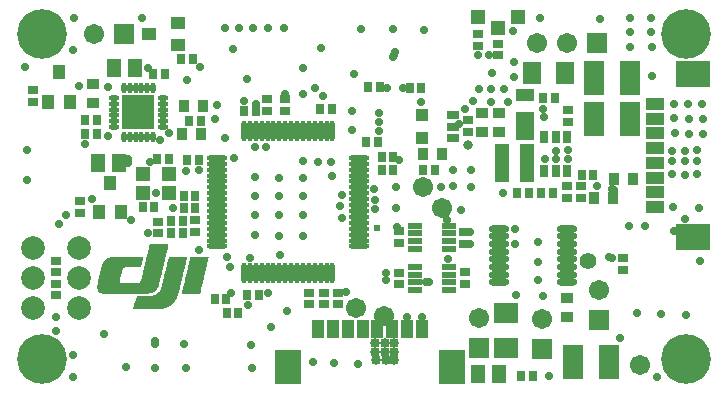
<source format=gts>
%FSLAX25Y25*%
%MOIN*%
G70*
G01*
G75*
G04 Layer_Color=8388736*
%ADD10C,0.02000*%
%ADD11C,0.01500*%
%ADD12C,0.00600*%
%ADD13C,0.01000*%
%ADD14C,0.03000*%
%ADD15C,0.00800*%
%ADD16C,0.02500*%
%ADD17R,0.02362X0.02756*%
%ADD18O,0.05906X0.01575*%
%ADD19R,0.06299X0.10630*%
%ADD20R,0.05512X0.08661*%
%ADD21R,0.05512X0.03543*%
%ADD22R,0.04331X0.05118*%
%ADD23C,0.05906*%
%ADD24R,0.03937X0.12205*%
%ADD25R,0.03937X0.03937*%
%ADD26R,0.05118X0.03150*%
%ADD27R,0.11024X0.08268*%
%ADD28R,0.03543X0.03740*%
%ADD29R,0.03543X0.03740*%
%ADD30O,0.05906X0.00984*%
%ADD31O,0.00984X0.05906*%
%ADD32R,0.03937X0.01378*%
%ADD33O,0.00984X0.02756*%
%ADD34O,0.02756X0.00984*%
%ADD35R,0.10236X0.10630*%
%ADD36R,0.02362X0.03150*%
%ADD37R,0.03150X0.03150*%
%ADD38R,0.03150X0.02362*%
%ADD39R,0.04331X0.03937*%
%ADD40R,0.03150X0.05118*%
%ADD41R,0.08268X0.11024*%
%ADD42R,0.02756X0.02362*%
%ADD43R,0.03500X0.02800*%
%ADD44R,0.02800X0.03500*%
%ADD45R,0.05512X0.06693*%
%ADD46C,0.04724*%
%ADD47R,0.03740X0.03543*%
%ADD48R,0.03740X0.03543*%
%ADD49R,0.07087X0.06299*%
%ADD50R,0.17500X0.26100*%
%ADD51R,0.08900X0.23700*%
%ADD52R,0.37800X0.08900*%
%ADD53R,0.18600X0.12500*%
%ADD54R,0.05300X0.15000*%
%ADD55R,0.08700X0.14600*%
%ADD56R,0.18300X0.06800*%
%ADD57R,0.03100X0.10500*%
%ADD58R,0.27600X0.08000*%
%ADD59R,0.20600X0.13700*%
%ADD60R,0.06700X0.23500*%
%ADD61R,0.10900X0.06800*%
%ADD62R,0.07900X0.07000*%
%ADD63R,0.14900X0.03900*%
%ADD64R,0.05900X0.18900*%
%ADD65R,0.06800X0.03800*%
%ADD66R,0.08500X0.03500*%
%ADD67C,0.07087*%
%ADD68C,0.15748*%
%ADD69R,0.05906X0.05906*%
%ADD70R,0.05906X0.05906*%
%ADD71C,0.01969*%
%ADD72C,0.01575*%
%ADD73C,0.02559*%
%ADD74C,0.02362*%
G04:AMPARAMS|DCode=75|XSize=157.48mil|YSize=118.11mil|CornerRadius=0mil|HoleSize=0mil|Usage=FLASHONLY|Rotation=0.000|XOffset=0mil|YOffset=0mil|HoleType=Round|Shape=Octagon|*
%AMOCTAGOND75*
4,1,8,0.07874,-0.02953,0.07874,0.02953,0.04921,0.05906,-0.04921,0.05906,-0.07874,0.02953,-0.07874,-0.02953,-0.04921,-0.05906,0.04921,-0.05906,0.07874,-0.02953,0.0*
%
%ADD75OCTAGOND75*%

%ADD76O,0.15748X0.11811*%
%ADD77R,0.62400X0.08800*%
%ADD78R,0.10500X0.18500*%
%ADD79C,0.00394*%
%ADD80C,0.00984*%
%ADD81C,0.00984*%
%ADD82C,0.00787*%
%ADD83C,0.00591*%
%ADD84C,0.00500*%
%ADD85C,0.00300*%
%ADD86R,0.03984X0.12820*%
%ADD87O,0.05506X0.01175*%
%ADD88C,0.00100*%
%ADD89R,0.03162X0.03556*%
%ADD90O,0.06706X0.02375*%
%ADD91R,0.07099X0.11430*%
%ADD92R,0.06312X0.09461*%
%ADD93R,0.06312X0.04343*%
%ADD94R,0.05131X0.05918*%
%ADD95C,0.06706*%
%ADD96R,0.04737X0.13005*%
%ADD97R,0.04737X0.04737*%
%ADD98R,0.05918X0.03950*%
%ADD99R,0.11824X0.09068*%
%ADD100R,0.04343X0.04540*%
%ADD101R,0.04343X0.04540*%
%ADD102O,0.06706X0.01784*%
%ADD103O,0.01784X0.06706*%
%ADD104R,0.04737X0.02178*%
%ADD105O,0.01784X0.03556*%
%ADD106O,0.03556X0.01784*%
%ADD107R,0.11036X0.11430*%
%ADD108R,0.03162X0.03950*%
%ADD109R,0.03950X0.03950*%
%ADD110R,0.03950X0.03162*%
%ADD111R,0.05131X0.04737*%
%ADD112R,0.03950X0.05918*%
%ADD113R,0.09068X0.11824*%
%ADD114R,0.03556X0.03162*%
%ADD115R,0.04300X0.03600*%
%ADD116R,0.03600X0.04300*%
%ADD117R,0.06312X0.07493*%
%ADD118C,0.05524*%
%ADD119R,0.04540X0.04343*%
%ADD120R,0.04540X0.04343*%
%ADD121R,0.07887X0.07099*%
%ADD122C,0.07887*%
%ADD123C,0.16548*%
%ADD124R,0.06706X0.06706*%
%ADD125R,0.06706X0.06706*%
%ADD126C,0.02769*%
%ADD127C,0.02375*%
%ADD128C,0.03359*%
%ADD129C,0.03162*%
D88*
X24261Y45204D02*
X30161D01*
X24161Y45104D02*
X30161D01*
X24161Y45004D02*
X30061D01*
X24161Y44904D02*
X30061D01*
X24161Y44804D02*
X30061D01*
X24161Y44704D02*
X30061D01*
X24061Y44604D02*
X30061D01*
X24061Y44504D02*
X29961D01*
X24061Y44404D02*
X29961D01*
X24061Y44304D02*
X29961D01*
X23961Y44204D02*
X29961D01*
X23961Y44104D02*
X29861D01*
X23961Y44004D02*
X29861D01*
X23961Y43904D02*
X29861D01*
X23861Y43804D02*
X29861D01*
X23861Y43704D02*
X29761D01*
X23861Y43604D02*
X29761D01*
X23861Y43504D02*
X29761D01*
X23761Y43404D02*
X29761D01*
X23761Y43304D02*
X29661D01*
X23761Y43204D02*
X29661D01*
X23761Y43104D02*
X29661D01*
X23661Y43004D02*
X29661D01*
X23661Y42904D02*
X29561D01*
X23661Y42804D02*
X29561D01*
X23661Y42704D02*
X29561D01*
X23661Y42604D02*
X29561D01*
X23561Y42504D02*
X29461D01*
X23561Y42404D02*
X29461D01*
X23561Y42304D02*
X29461D01*
X23561Y42204D02*
X29461D01*
X23461Y42104D02*
X29461D01*
X23461Y42004D02*
X29361D01*
X23461Y41904D02*
X29361D01*
X23461Y41804D02*
X29361D01*
X23361Y41704D02*
X29361D01*
X23361Y41604D02*
X29261D01*
X23361Y41504D02*
X29261D01*
X23361Y41404D02*
X29261D01*
X23261Y41304D02*
X29261D01*
X23261Y41204D02*
X29161D01*
X23261Y41104D02*
X29161D01*
X11361Y41004D02*
X21761D01*
X23261D02*
X29161D01*
X30661D02*
X36361D01*
X37761D02*
X43561D01*
X10961Y40904D02*
X21761D01*
X23161D02*
X29161D01*
X30561D02*
X36361D01*
X37761D02*
X43461D01*
X10661Y40804D02*
X21761D01*
X23161D02*
X29061D01*
X30561D02*
X36361D01*
X37761D02*
X43461D01*
X10361Y40704D02*
X21761D01*
X23161D02*
X29061D01*
X30561D02*
X36261D01*
X37761D02*
X43461D01*
X10161Y40604D02*
X21661D01*
X23161D02*
X29061D01*
X30561D02*
X36261D01*
X37661D02*
X43461D01*
X9961Y40504D02*
X21661D01*
X23061D02*
X29061D01*
X30461D02*
X36261D01*
X37661D02*
X43461D01*
X9861Y40404D02*
X21661D01*
X23061D02*
X28961D01*
X30461D02*
X36261D01*
X37661D02*
X43361D01*
X9661Y40304D02*
X21661D01*
X23061D02*
X28961D01*
X30461D02*
X36161D01*
X37661D02*
X43361D01*
X9561Y40204D02*
X21561D01*
X23061D02*
X28961D01*
X30461D02*
X36161D01*
X37561D02*
X43361D01*
X9461Y40104D02*
X21561D01*
X23061D02*
X28961D01*
X30361D02*
X36161D01*
X37561D02*
X43361D01*
X9361Y40004D02*
X21561D01*
X22961D02*
X28861D01*
X30361D02*
X36161D01*
X37561D02*
X43261D01*
X9261Y39904D02*
X21561D01*
X22961D02*
X28861D01*
X30361D02*
X36161D01*
X37561D02*
X43261D01*
X9161Y39804D02*
X21461D01*
X22961D02*
X28861D01*
X30361D02*
X36061D01*
X37461D02*
X43261D01*
X9061Y39704D02*
X21461D01*
X22961D02*
X28861D01*
X30261D02*
X36061D01*
X37461D02*
X43261D01*
X8961Y39604D02*
X21461D01*
X22861D02*
X28861D01*
X30261D02*
X36061D01*
X37461D02*
X43161D01*
X8961Y39504D02*
X21461D01*
X22861D02*
X28761D01*
X30261D02*
X36061D01*
X37461D02*
X43161D01*
X8861Y39404D02*
X21361D01*
X22861D02*
X28761D01*
X30261D02*
X35961D01*
X37461D02*
X43161D01*
X8761Y39304D02*
X21361D01*
X22861D02*
X28761D01*
X30161D02*
X35961D01*
X37361D02*
X43161D01*
X8761Y39204D02*
X21361D01*
X22761D02*
X28761D01*
X30161D02*
X35961D01*
X37361D02*
X43161D01*
X8661Y39104D02*
X21361D01*
X22761D02*
X28661D01*
X30161D02*
X35961D01*
X37361D02*
X43061D01*
X8661Y39004D02*
X21261D01*
X22761D02*
X28661D01*
X30161D02*
X35861D01*
X37361D02*
X43061D01*
X8561Y38904D02*
X21261D01*
X22761D02*
X28661D01*
X30061D02*
X35861D01*
X37261D02*
X43061D01*
X8561Y38804D02*
X21261D01*
X22661D02*
X28661D01*
X30061D02*
X35861D01*
X37261D02*
X43061D01*
X8461Y38704D02*
X21261D01*
X22661D02*
X28561D01*
X30061D02*
X35861D01*
X37261D02*
X42961D01*
X8461Y38604D02*
X21161D01*
X22661D02*
X28561D01*
X30061D02*
X35761D01*
X37261D02*
X42961D01*
X8361Y38504D02*
X21161D01*
X22661D02*
X28561D01*
X29961D02*
X35761D01*
X37161D02*
X42961D01*
X8361Y38404D02*
X21161D01*
X22561D02*
X28561D01*
X29961D02*
X35761D01*
X37161D02*
X42961D01*
X8361Y38304D02*
X21161D01*
X22561D02*
X28461D01*
X29961D02*
X35761D01*
X37161D02*
X42861D01*
X8261Y38204D02*
X21161D01*
X22561D02*
X28461D01*
X29961D02*
X35661D01*
X37161D02*
X42861D01*
X8261Y38104D02*
X21061D01*
X22561D02*
X28461D01*
X29861D02*
X35661D01*
X37061D02*
X42861D01*
X8261Y38004D02*
X21061D01*
X22461D02*
X28461D01*
X29861D02*
X35661D01*
X37061D02*
X42861D01*
X8261Y37904D02*
X21061D01*
X22461D02*
X28361D01*
X29861D02*
X35661D01*
X37061D02*
X42761D01*
X8161Y37804D02*
X15761D01*
X22461D02*
X28361D01*
X29861D02*
X35561D01*
X37061D02*
X42761D01*
X8161Y37704D02*
X15361D01*
X22461D02*
X28361D01*
X29861D02*
X35561D01*
X37061D02*
X42761D01*
X8161Y37604D02*
X15161D01*
X22461D02*
X28361D01*
X29761D02*
X35561D01*
X36961D02*
X42761D01*
X8161Y37504D02*
X15061D01*
X22361D02*
X28361D01*
X29761D02*
X35561D01*
X36961D02*
X42761D01*
X8061Y37404D02*
X14961D01*
X22361D02*
X28261D01*
X29761D02*
X35461D01*
X36961D02*
X42661D01*
X8061Y37304D02*
X14961D01*
X22361D02*
X28261D01*
X29761D02*
X35461D01*
X36961D02*
X42661D01*
X8061Y37204D02*
X14861D01*
X22361D02*
X28261D01*
X29661D02*
X35461D01*
X36861D02*
X42661D01*
X8061Y37104D02*
X14861D01*
X22261D02*
X28261D01*
X29661D02*
X35461D01*
X36861D02*
X42661D01*
X7961Y37004D02*
X14761D01*
X22261D02*
X28161D01*
X29661D02*
X35461D01*
X36861D02*
X42561D01*
X7961Y36904D02*
X14761D01*
X22261D02*
X28161D01*
X29661D02*
X35361D01*
X36861D02*
X42561D01*
X7961Y36804D02*
X14761D01*
X22261D02*
X28161D01*
X29561D02*
X35361D01*
X36761D02*
X42561D01*
X7961Y36704D02*
X14761D01*
X22161D02*
X28161D01*
X29561D02*
X35361D01*
X36761D02*
X42561D01*
X7861Y36604D02*
X14661D01*
X22161D02*
X28061D01*
X29561D02*
X35361D01*
X36761D02*
X42461D01*
X7861Y36504D02*
X14661D01*
X22161D02*
X28061D01*
X29561D02*
X35261D01*
X36761D02*
X42461D01*
X7861Y36404D02*
X14661D01*
X22161D02*
X28061D01*
X29461D02*
X35261D01*
X36661D02*
X42461D01*
X7861Y36304D02*
X14661D01*
X22061D02*
X28061D01*
X29461D02*
X35261D01*
X36661D02*
X42461D01*
X7761Y36204D02*
X14561D01*
X22061D02*
X27961D01*
X29461D02*
X35261D01*
X36661D02*
X42361D01*
X7761Y36104D02*
X14561D01*
X22061D02*
X27961D01*
X29461D02*
X35161D01*
X36661D02*
X42361D01*
X7761Y36004D02*
X14561D01*
X22061D02*
X27961D01*
X29361D02*
X35161D01*
X36661D02*
X42361D01*
X7761Y35904D02*
X14561D01*
X21961D02*
X27961D01*
X29361D02*
X35161D01*
X36561D02*
X42361D01*
X7761Y35804D02*
X14561D01*
X21961D02*
X27861D01*
X29361D02*
X35161D01*
X36561D02*
X42361D01*
X7661Y35704D02*
X14461D01*
X21961D02*
X27861D01*
X29361D02*
X35061D01*
X36561D02*
X42261D01*
X7661Y35604D02*
X14461D01*
X21961D02*
X27861D01*
X29261D02*
X35061D01*
X36561D02*
X42261D01*
X7661Y35504D02*
X14461D01*
X21961D02*
X27861D01*
X29261D02*
X35061D01*
X36461D02*
X42261D01*
X7661Y35404D02*
X14461D01*
X21861D02*
X27761D01*
X29261D02*
X35061D01*
X36461D02*
X42261D01*
X7561Y35304D02*
X14361D01*
X21861D02*
X27761D01*
X29261D02*
X34961D01*
X36461D02*
X42161D01*
X7561Y35204D02*
X14361D01*
X21861D02*
X27761D01*
X29161D02*
X34961D01*
X36461D02*
X42161D01*
X7561Y35104D02*
X14361D01*
X21861D02*
X27761D01*
X29161D02*
X34961D01*
X36361D02*
X42161D01*
X7561Y35004D02*
X14361D01*
X21761D02*
X27761D01*
X29161D02*
X34961D01*
X36361D02*
X42161D01*
X7461Y34904D02*
X14261D01*
X21761D02*
X27661D01*
X29161D02*
X34861D01*
X36361D02*
X42061D01*
X7461Y34804D02*
X14261D01*
X21761D02*
X27661D01*
X29061D02*
X34861D01*
X36361D02*
X42061D01*
X7461Y34704D02*
X14261D01*
X21761D02*
X27661D01*
X29061D02*
X34861D01*
X36261D02*
X42061D01*
X7461Y34604D02*
X14261D01*
X21661D02*
X27661D01*
X29061D02*
X34861D01*
X36261D02*
X42061D01*
X7361Y34504D02*
X14161D01*
X21661D02*
X27561D01*
X29061D02*
X34761D01*
X36261D02*
X41961D01*
X7361Y34404D02*
X14161D01*
X21661D02*
X27561D01*
X28961D02*
X34761D01*
X36261D02*
X41961D01*
X7361Y34304D02*
X14161D01*
X21661D02*
X27561D01*
X28961D02*
X34761D01*
X36261D02*
X41961D01*
X7361Y34204D02*
X14161D01*
X21561D02*
X27561D01*
X28961D02*
X34761D01*
X36161D02*
X41961D01*
X7261Y34104D02*
X14061D01*
X21561D02*
X27461D01*
X28961D02*
X34761D01*
X36161D02*
X41961D01*
X7261Y34004D02*
X14061D01*
X21561D02*
X27461D01*
X28861D02*
X34661D01*
X36161D02*
X41861D01*
X7261Y33904D02*
X14061D01*
X21561D02*
X27461D01*
X28861D02*
X34661D01*
X36161D02*
X41861D01*
X7261Y33804D02*
X14061D01*
X21461D02*
X27461D01*
X28861D02*
X34661D01*
X36061D02*
X41861D01*
X7161Y33704D02*
X13961D01*
X21461D02*
X27361D01*
X28861D02*
X34661D01*
X36061D02*
X41861D01*
X7161Y33604D02*
X13961D01*
X21461D02*
X27361D01*
X28761D02*
X34561D01*
X36061D02*
X41761D01*
X7161Y33504D02*
X13961D01*
X21461D02*
X27361D01*
X28761D02*
X34561D01*
X36061D02*
X41761D01*
X7161Y33404D02*
X13961D01*
X21361D02*
X27361D01*
X28761D02*
X34561D01*
X35961D02*
X41761D01*
X7161Y33304D02*
X13961D01*
X21361D02*
X27261D01*
X28761D02*
X34561D01*
X35961D02*
X41761D01*
X7061Y33204D02*
X13861D01*
X21361D02*
X27261D01*
X28661D02*
X34461D01*
X35961D02*
X41661D01*
X7061Y33104D02*
X13861D01*
X21261D02*
X27261D01*
X28661D02*
X34461D01*
X35961D02*
X41661D01*
X7061Y33004D02*
X13861D01*
X21261D02*
X27261D01*
X28661D02*
X34461D01*
X35861D02*
X41661D01*
X7061Y32904D02*
X13861D01*
X21161D02*
X27261D01*
X28661D02*
X34461D01*
X35861D02*
X41661D01*
X6961Y32804D02*
X13861D01*
X21061D02*
X27161D01*
X28561D02*
X34361D01*
X35861D02*
X41561D01*
X6961Y32704D02*
X13861D01*
X21061D02*
X27161D01*
X28561D02*
X34361D01*
X35861D02*
X41561D01*
X6961Y32604D02*
X13861D01*
X20961D02*
X27161D01*
X28561D02*
X34361D01*
X35861D02*
X41561D01*
X6961Y32504D02*
X13961D01*
X20861D02*
X27161D01*
X28561D02*
X34361D01*
X35761D02*
X41561D01*
X6861Y32404D02*
X14061D01*
X20661D02*
X27061D01*
X28461D02*
X34261D01*
X35761D02*
X41561D01*
X6861Y32304D02*
X14161D01*
X20461D02*
X27061D01*
X28461D02*
X34261D01*
X35761D02*
X41461D01*
X6861Y32204D02*
X27061D01*
X28461D02*
X34261D01*
X35761D02*
X41461D01*
X6861Y32104D02*
X27061D01*
X28461D02*
X34261D01*
X35661D02*
X41461D01*
X6861Y32004D02*
X26961D01*
X28461D02*
X34161D01*
X35661D02*
X41461D01*
X6861Y31904D02*
X26961D01*
X28361D02*
X34161D01*
X35661D02*
X41361D01*
X6761Y31804D02*
X26961D01*
X28361D02*
X34161D01*
X35661D02*
X41361D01*
X6761Y31704D02*
X26861D01*
X28361D02*
X34161D01*
X35561D02*
X41361D01*
X6761Y31604D02*
X26861D01*
X28361D02*
X34061D01*
X35561D02*
X41361D01*
X6761Y31504D02*
X26861D01*
X28261D02*
X34061D01*
X35561D02*
X41261D01*
X6761Y31404D02*
X26761D01*
X28261D02*
X34061D01*
X35561D02*
X41261D01*
X6761Y31304D02*
X26761D01*
X28261D02*
X34061D01*
X35461D02*
X41261D01*
X6761Y31204D02*
X26661D01*
X28261D02*
X34061D01*
X35461D02*
X41261D01*
X6761Y31104D02*
X26661D01*
X28161D02*
X33961D01*
X35461D02*
X41161D01*
X6761Y31004D02*
X26561D01*
X28161D02*
X33961D01*
X35461D02*
X41161D01*
X6761Y30904D02*
X26561D01*
X28161D02*
X33961D01*
X35361D02*
X41161D01*
X6761Y30804D02*
X26461D01*
X28161D02*
X33961D01*
X35361D02*
X41161D01*
X6761Y30704D02*
X26461D01*
X28061D02*
X33861D01*
X35361D02*
X41161D01*
X6861Y30604D02*
X26361D01*
X28061D02*
X33861D01*
X35361D02*
X41061D01*
X6861Y30504D02*
X26261D01*
X28061D02*
X33861D01*
X35361D02*
X41061D01*
X6861Y30404D02*
X26161D01*
X27961D02*
X33861D01*
X35261D02*
X41061D01*
X6861Y30304D02*
X26061D01*
X27961D02*
X33761D01*
X35261D02*
X41061D01*
X6961Y30204D02*
X26061D01*
X27961D02*
X33761D01*
X35261D02*
X40961D01*
X6961Y30104D02*
X25961D01*
X27861D02*
X33761D01*
X35261D02*
X40961D01*
X6961Y30004D02*
X25761D01*
X27761D02*
X33761D01*
X35161D02*
X40961D01*
X7061Y29904D02*
X25661D01*
X27761D02*
X33661D01*
X35161D02*
X40961D01*
X7161Y29804D02*
X25561D01*
X27661D02*
X33661D01*
X35161D02*
X40861D01*
X7261Y29704D02*
X25361D01*
X27661D02*
X33661D01*
X35161D02*
X40861D01*
X7261Y29604D02*
X25261D01*
X27561D02*
X33661D01*
X35061D02*
X40861D01*
X7461Y29504D02*
X25061D01*
X27461D02*
X33561D01*
X35061D02*
X40861D01*
X7561Y29404D02*
X24761D01*
X27361D02*
X33561D01*
X35061D02*
X40761D01*
X7761Y29304D02*
X24561D01*
X27261D02*
X33561D01*
X35061D02*
X40761D01*
X7961Y29204D02*
X24161D01*
X27161D02*
X33561D01*
X34961D02*
X40761D01*
X8461Y29104D02*
X23561D01*
X27061D02*
X33461D01*
X34961D02*
X40761D01*
X26961Y29004D02*
X33461D01*
X26761Y28904D02*
X33461D01*
X26661Y28804D02*
X33361D01*
X26461Y28704D02*
X33361D01*
X26261Y28604D02*
X33361D01*
X26061Y28504D02*
X33261D01*
X25861Y28404D02*
X33261D01*
X25661Y28304D02*
X33161D01*
X25261Y28204D02*
X33161D01*
X24861Y28104D02*
X33161D01*
X20061Y28004D02*
X33061D01*
X19961Y27904D02*
X33061D01*
X19961Y27804D02*
X32961D01*
X19861Y27704D02*
X32961D01*
X19861Y27604D02*
X32861D01*
X19861Y27504D02*
X32861D01*
X19761Y27404D02*
X32761D01*
X19761Y27304D02*
X32761D01*
X19761Y27204D02*
X32661D01*
X19661Y27104D02*
X32661D01*
X19661Y27004D02*
X32561D01*
X19661Y26904D02*
X32461D01*
X19561Y26804D02*
X32461D01*
X19561Y26704D02*
X32361D01*
X19561Y26604D02*
X32261D01*
X19461Y26504D02*
X32261D01*
X19461Y26404D02*
X32161D01*
X19461Y26304D02*
X32061D01*
X19361Y26204D02*
X31961D01*
X19361Y26104D02*
X31961D01*
X19361Y26004D02*
X31861D01*
X19261Y25904D02*
X31761D01*
X19261Y25804D02*
X31661D01*
X19261Y25704D02*
X31561D01*
X19161Y25604D02*
X31461D01*
X19161Y25504D02*
X31361D01*
X19161Y25404D02*
X31261D01*
X19061Y25304D02*
X31061D01*
X19061Y25204D02*
X30961D01*
X18961Y25104D02*
X30861D01*
X18961Y25004D02*
X30661D01*
X18961Y24904D02*
X30561D01*
X18861Y24804D02*
X30361D01*
X18861Y24704D02*
X30161D01*
X18861Y24604D02*
X30061D01*
X18761Y24504D02*
X29761D01*
X18761Y24404D02*
X29561D01*
X18761Y24304D02*
X29261D01*
X18661Y24204D02*
X28961D01*
X18661Y24104D02*
X28561D01*
X18661Y24004D02*
X27961D01*
X6761Y30704D02*
Y31804D01*
X6861Y30304D02*
Y32404D01*
X6961Y30004D02*
Y32804D01*
X7061Y29904D02*
Y33204D01*
X7161Y29804D02*
Y33704D01*
X7261Y29604D02*
Y34104D01*
X7361Y29604D02*
Y34504D01*
X7461Y29504D02*
Y34904D01*
X7561Y29404D02*
Y35304D01*
X7661Y29404D02*
Y35704D01*
X7761Y29304D02*
Y36204D01*
X7861Y29304D02*
Y36604D01*
X7961Y29204D02*
Y37004D01*
X8061Y29204D02*
Y37404D01*
X8161Y29204D02*
Y37804D01*
X8261Y29204D02*
Y38204D01*
X8361Y29204D02*
Y38504D01*
X8461Y29104D02*
Y38704D01*
X8561Y29104D02*
Y38904D01*
X8661Y29104D02*
Y39104D01*
X8761Y29104D02*
Y39304D01*
X8861Y29104D02*
Y39404D01*
X8961Y29104D02*
Y39604D01*
X9061Y29104D02*
Y39704D01*
X9161Y29104D02*
Y39804D01*
X9261Y29104D02*
Y39904D01*
X9361Y29104D02*
Y40004D01*
X9461Y29104D02*
Y40104D01*
X9561Y29104D02*
Y40204D01*
X9661Y29104D02*
Y40304D01*
X9761Y29104D02*
Y40304D01*
X9861Y29104D02*
Y40404D01*
X9961Y29104D02*
Y40504D01*
X10061Y29104D02*
Y40504D01*
X10161Y29104D02*
Y40604D01*
X10261Y29104D02*
Y40604D01*
X10361Y29104D02*
Y40704D01*
X10461Y29104D02*
Y40704D01*
X10561Y29104D02*
Y40704D01*
X10661Y29104D02*
Y40804D01*
X10761Y29104D02*
Y40804D01*
X10861Y29104D02*
Y40804D01*
X10961Y29104D02*
Y40904D01*
X11061Y29104D02*
Y40904D01*
X11161Y29104D02*
Y40904D01*
X11261Y29104D02*
Y40904D01*
X11361Y29104D02*
Y41004D01*
X11461Y29104D02*
Y41004D01*
X11561Y29104D02*
Y41004D01*
X11661Y29104D02*
Y41004D01*
X11761Y29104D02*
Y41004D01*
X11861Y29104D02*
Y41004D01*
X11961Y29104D02*
Y41004D01*
X12061Y29104D02*
Y41004D01*
X12161Y29104D02*
Y41004D01*
X12261Y29104D02*
Y41004D01*
X12361Y29104D02*
Y41004D01*
X12461Y29104D02*
Y41004D01*
X12561Y29104D02*
Y41004D01*
X12661Y29104D02*
Y41004D01*
X12761Y29104D02*
Y41004D01*
X12861Y29104D02*
Y41004D01*
X12961Y29104D02*
Y41004D01*
X13061Y29104D02*
Y41004D01*
X13161Y29104D02*
Y41004D01*
X13261Y29104D02*
Y41004D01*
X13361Y29104D02*
Y41004D01*
X13461Y29104D02*
Y41004D01*
X13561Y29104D02*
Y41004D01*
X13661Y29104D02*
Y41004D01*
X13761Y29104D02*
Y41004D01*
X13861Y29104D02*
Y41004D01*
X13961Y33304D02*
Y41004D01*
Y29104D02*
Y32504D01*
X14061Y33804D02*
Y41004D01*
Y29104D02*
Y32404D01*
X14161Y34204D02*
Y41004D01*
Y29104D02*
Y32304D01*
X14261Y34604D02*
Y41004D01*
Y29104D02*
Y32204D01*
X14361Y35004D02*
Y41004D01*
Y29104D02*
Y32204D01*
X14461Y35404D02*
Y41004D01*
Y29104D02*
Y32204D01*
X14561Y35804D02*
Y41004D01*
Y29104D02*
Y32204D01*
X14661Y36304D02*
Y41004D01*
Y29104D02*
Y32204D01*
X14761Y36704D02*
Y41004D01*
Y29104D02*
Y32204D01*
X14861Y37104D02*
Y41004D01*
Y29104D02*
Y32204D01*
X14961Y37304D02*
Y41004D01*
Y29104D02*
Y32204D01*
X15061Y37504D02*
Y41004D01*
Y29104D02*
Y32204D01*
X15161Y37604D02*
Y41004D01*
Y29104D02*
Y32204D01*
X15261Y37704D02*
Y41004D01*
Y29104D02*
Y32204D01*
X15361Y37704D02*
Y41004D01*
Y29104D02*
Y32204D01*
X15461Y37804D02*
Y41004D01*
Y29104D02*
Y32204D01*
X15561Y37804D02*
Y41004D01*
Y29104D02*
Y32204D01*
X15661Y37804D02*
Y41004D01*
Y29104D02*
Y32204D01*
X15761Y37804D02*
Y41004D01*
Y29104D02*
Y32204D01*
X15861Y37904D02*
Y41004D01*
Y29104D02*
Y32204D01*
X15961Y37904D02*
Y41004D01*
Y29104D02*
Y32204D01*
X16061Y37904D02*
Y41004D01*
Y29104D02*
Y32204D01*
X16161Y37904D02*
Y41004D01*
Y29104D02*
Y32204D01*
X16261Y37904D02*
Y41004D01*
Y29104D02*
Y32204D01*
X16361Y37904D02*
Y41004D01*
Y29104D02*
Y32204D01*
X16461Y37904D02*
Y41004D01*
Y29104D02*
Y32204D01*
X16561Y37904D02*
Y41004D01*
Y29104D02*
Y32204D01*
X16661Y37904D02*
Y41004D01*
Y29104D02*
Y32204D01*
X16761Y37904D02*
Y41004D01*
Y29104D02*
Y32204D01*
X16861Y37904D02*
Y41004D01*
Y29104D02*
Y32204D01*
X16961Y37904D02*
Y41004D01*
Y29104D02*
Y32204D01*
X17061Y37904D02*
Y41004D01*
Y29104D02*
Y32204D01*
X17161Y37904D02*
Y41004D01*
Y29104D02*
Y32204D01*
X17261Y37904D02*
Y41004D01*
Y29104D02*
Y32204D01*
X17361Y37904D02*
Y41004D01*
Y29104D02*
Y32204D01*
X17461Y37904D02*
Y41004D01*
Y29104D02*
Y32204D01*
X17561Y37904D02*
Y41004D01*
Y29104D02*
Y32204D01*
X17661Y37904D02*
Y41004D01*
Y29104D02*
Y32204D01*
X17761Y37904D02*
Y41004D01*
Y29104D02*
Y32204D01*
X17861Y37904D02*
Y41004D01*
Y29104D02*
Y32204D01*
X17961Y37904D02*
Y41004D01*
Y29104D02*
Y32204D01*
X18061Y37904D02*
Y41004D01*
Y29104D02*
Y32204D01*
X18161Y37904D02*
Y41004D01*
Y29104D02*
Y32204D01*
X18261Y37904D02*
Y41004D01*
Y29104D02*
Y32204D01*
X18361Y37904D02*
Y41004D01*
Y29104D02*
Y32204D01*
X18461Y37904D02*
Y41004D01*
Y29104D02*
Y32204D01*
X18561Y37904D02*
Y41004D01*
Y29104D02*
Y32204D01*
X18661Y37904D02*
Y41004D01*
Y29104D02*
Y32204D01*
Y24004D02*
Y24204D01*
X18761Y37904D02*
Y41004D01*
Y29104D02*
Y32204D01*
Y24004D02*
Y24504D01*
X18861Y37904D02*
Y41004D01*
Y29104D02*
Y32204D01*
Y24004D02*
Y24804D01*
X18961Y37904D02*
Y41004D01*
Y29104D02*
Y32204D01*
Y24004D02*
Y25104D01*
X19061Y37904D02*
Y41004D01*
Y29104D02*
Y32204D01*
Y24004D02*
Y25304D01*
X19161Y37904D02*
Y41004D01*
Y29104D02*
Y32204D01*
Y24004D02*
Y25604D01*
X19261Y37904D02*
Y41004D01*
Y29104D02*
Y32204D01*
Y24004D02*
Y25904D01*
X19361Y37904D02*
Y41004D01*
Y29104D02*
Y32204D01*
Y24004D02*
Y26204D01*
X19461Y37904D02*
Y41004D01*
Y29104D02*
Y32204D01*
Y24004D02*
Y26504D01*
X19561Y37904D02*
Y41004D01*
Y29104D02*
Y32204D01*
Y24004D02*
Y26804D01*
X19661Y37904D02*
Y41004D01*
Y29104D02*
Y32204D01*
Y24004D02*
Y27104D01*
X19761Y37904D02*
Y41004D01*
Y29104D02*
Y32204D01*
Y24004D02*
Y27404D01*
X19861Y37904D02*
Y41004D01*
Y29104D02*
Y32204D01*
Y24004D02*
Y27704D01*
X19961Y37904D02*
Y41004D01*
Y29104D02*
Y32204D01*
Y24004D02*
Y27904D01*
X20061Y37904D02*
Y41004D01*
Y29104D02*
Y32204D01*
Y24004D02*
Y28004D01*
X20161Y37904D02*
Y41004D01*
Y29104D02*
Y32204D01*
Y24004D02*
Y28004D01*
X20261Y37904D02*
Y41004D01*
Y29104D02*
Y32204D01*
Y24004D02*
Y28004D01*
X20361Y37904D02*
Y41004D01*
Y29104D02*
Y32204D01*
Y24004D02*
Y28004D01*
X20461Y37904D02*
Y41004D01*
Y29104D02*
Y32304D01*
Y24004D02*
Y28004D01*
X20561Y37904D02*
Y41004D01*
Y29104D02*
Y32304D01*
Y24004D02*
Y28004D01*
X20661Y37904D02*
Y41004D01*
Y29104D02*
Y32404D01*
Y24004D02*
Y28004D01*
X20761Y37904D02*
Y41004D01*
Y29104D02*
Y32404D01*
Y24004D02*
Y28004D01*
X20861Y37904D02*
Y41004D01*
Y29104D02*
Y32504D01*
Y24004D02*
Y28004D01*
X20961Y37904D02*
Y41004D01*
Y29104D02*
Y32604D01*
Y24004D02*
Y28004D01*
X21061Y37904D02*
Y41004D01*
Y29104D02*
Y32804D01*
Y24004D02*
Y28004D01*
X21161Y38204D02*
Y41004D01*
Y29104D02*
Y32904D01*
Y24004D02*
Y28004D01*
X21261Y38704D02*
Y41004D01*
Y29104D02*
Y33104D01*
Y24004D02*
Y28004D01*
X21361Y39104D02*
Y41004D01*
Y29104D02*
Y33404D01*
Y24004D02*
Y28004D01*
X21461Y39504D02*
Y41004D01*
Y29104D02*
Y33804D01*
Y24004D02*
Y28004D01*
X21561Y39904D02*
Y41004D01*
Y29104D02*
Y34204D01*
Y24004D02*
Y28004D01*
X21661Y40304D02*
Y41004D01*
Y29104D02*
Y34604D01*
Y24004D02*
Y28004D01*
X21761Y40704D02*
Y41004D01*
Y29104D02*
Y35004D01*
Y24004D02*
Y28004D01*
X21861Y29104D02*
Y35404D01*
Y24004D02*
Y28004D01*
X21961Y29104D02*
Y35904D01*
Y24004D02*
Y28004D01*
X22061Y29104D02*
Y36304D01*
Y24004D02*
Y28004D01*
X22161Y29104D02*
Y36704D01*
Y24004D02*
Y28004D01*
X22261Y29104D02*
Y37104D01*
Y24004D02*
Y28004D01*
X22361Y29104D02*
Y37504D01*
Y24004D02*
Y28004D01*
X22461Y29104D02*
Y38004D01*
Y24004D02*
Y28004D01*
X22561Y29104D02*
Y38404D01*
Y24004D02*
Y28004D01*
X22661Y29104D02*
Y38804D01*
Y24004D02*
Y28004D01*
X22761Y29104D02*
Y39204D01*
Y24004D02*
Y28004D01*
X22861Y29104D02*
Y39604D01*
Y24004D02*
Y28004D01*
X22961Y29104D02*
Y40004D01*
Y24004D02*
Y28004D01*
X23061Y29104D02*
Y40504D01*
Y24004D02*
Y28004D01*
X23161Y29104D02*
Y40904D01*
Y24004D02*
Y28004D01*
X23261Y29104D02*
Y41304D01*
Y24004D02*
Y28004D01*
X23361Y29104D02*
Y41704D01*
Y24004D02*
Y28004D01*
X23461Y29104D02*
Y42104D01*
Y24004D02*
Y28004D01*
X23561Y29104D02*
Y42504D01*
Y24004D02*
Y28004D01*
X23661Y29204D02*
Y43004D01*
Y24004D02*
Y28004D01*
X23761Y29204D02*
Y43404D01*
Y24004D02*
Y28004D01*
X23861Y29204D02*
Y43804D01*
Y24004D02*
Y28004D01*
X23961Y29204D02*
Y44204D01*
Y24004D02*
Y28004D01*
X24061Y29204D02*
Y44604D01*
Y24004D02*
Y28004D01*
X24161Y29204D02*
Y45104D01*
Y24004D02*
Y28004D01*
X24261Y29304D02*
Y45204D01*
Y24004D02*
Y28004D01*
X24361Y29304D02*
Y45204D01*
Y24004D02*
Y28004D01*
X24461Y29304D02*
Y45204D01*
Y24004D02*
Y28004D01*
X24561Y29304D02*
Y45204D01*
Y24004D02*
Y28004D01*
X24661Y29404D02*
Y45204D01*
Y24004D02*
Y28004D01*
X24761Y29404D02*
Y45204D01*
Y24004D02*
Y28004D01*
X24861Y29504D02*
Y45204D01*
Y24004D02*
Y28104D01*
X24961Y29504D02*
Y45204D01*
Y24004D02*
Y28104D01*
X25061Y29504D02*
Y45204D01*
Y24004D02*
Y28104D01*
X25161Y29604D02*
Y45204D01*
Y24004D02*
Y28104D01*
X25261Y29604D02*
Y45204D01*
Y24004D02*
Y28204D01*
X25361Y29704D02*
Y45204D01*
Y24004D02*
Y28204D01*
X25461Y29804D02*
Y45204D01*
Y24004D02*
Y28204D01*
X25561Y29804D02*
Y45204D01*
Y24004D02*
Y28204D01*
X25661Y29904D02*
Y45204D01*
Y24004D02*
Y28304D01*
X25761Y30004D02*
Y45204D01*
Y24004D02*
Y28304D01*
X25861Y30104D02*
Y45204D01*
Y24004D02*
Y28404D01*
X25961Y30104D02*
Y45204D01*
Y24004D02*
Y28404D01*
X26061Y30204D02*
Y45204D01*
Y24004D02*
Y28504D01*
X26161Y30404D02*
Y45204D01*
Y24004D02*
Y28504D01*
X26261Y30504D02*
Y45204D01*
Y24004D02*
Y28604D01*
X26361Y30604D02*
Y45204D01*
Y24004D02*
Y28604D01*
X26461Y30704D02*
Y45204D01*
Y24004D02*
Y28704D01*
X26561Y30904D02*
Y45204D01*
Y24004D02*
Y28704D01*
X26661Y31104D02*
Y45204D01*
Y24004D02*
Y28804D01*
X26761Y31304D02*
Y45204D01*
Y24004D02*
Y28904D01*
X26861Y31504D02*
Y45204D01*
Y24004D02*
Y28904D01*
X26961Y31804D02*
Y45204D01*
Y24004D02*
Y29004D01*
X27061Y32104D02*
Y45204D01*
Y24004D02*
Y29104D01*
X27161Y32504D02*
Y45204D01*
Y24004D02*
Y29204D01*
X27261Y32904D02*
Y45204D01*
Y24004D02*
Y29304D01*
X27361Y33404D02*
Y45204D01*
Y24004D02*
Y29404D01*
X27461Y33804D02*
Y45204D01*
Y24004D02*
Y29504D01*
X27561Y34204D02*
Y45204D01*
Y24004D02*
Y29604D01*
X27661Y34604D02*
Y45204D01*
Y24004D02*
Y29804D01*
X27761Y35004D02*
Y45204D01*
Y24004D02*
Y30004D01*
X27861Y35504D02*
Y45204D01*
Y24004D02*
Y30104D01*
X27961Y35904D02*
Y45204D01*
Y24004D02*
Y30404D01*
X28061Y36304D02*
Y45204D01*
Y24104D02*
Y30704D01*
X28161Y36704D02*
Y45204D01*
Y24104D02*
Y31104D01*
X28261Y37104D02*
Y45204D01*
Y24104D02*
Y31504D01*
X28361Y37504D02*
Y45204D01*
Y24104D02*
Y31904D01*
X28461Y38004D02*
Y45204D01*
Y24104D02*
Y32404D01*
X28561Y38404D02*
Y45204D01*
Y24104D02*
Y32804D01*
X28661Y38804D02*
Y45204D01*
Y24204D02*
Y33204D01*
X28761Y39204D02*
Y45204D01*
Y24204D02*
Y33604D01*
X28861Y39604D02*
Y45204D01*
Y24204D02*
Y34004D01*
X28961Y40104D02*
Y45204D01*
Y24204D02*
Y34404D01*
X29061Y40504D02*
Y45204D01*
Y24304D02*
Y34804D01*
X29161Y40904D02*
Y45204D01*
Y24304D02*
Y35204D01*
X29261Y41304D02*
Y45204D01*
Y24304D02*
Y35604D01*
X29361Y41704D02*
Y45204D01*
Y24404D02*
Y36004D01*
X29461Y42104D02*
Y45204D01*
Y24404D02*
Y36404D01*
X29561Y42604D02*
Y45204D01*
Y24404D02*
Y36804D01*
X29661Y43004D02*
Y45204D01*
Y24504D02*
Y37204D01*
X29761Y43404D02*
Y45204D01*
Y24504D02*
Y37604D01*
X29861Y43804D02*
Y45204D01*
Y24604D02*
Y38104D01*
X29961Y44204D02*
Y45204D01*
Y24604D02*
Y38504D01*
X30061Y44604D02*
Y45204D01*
Y24604D02*
Y38904D01*
X30161Y24704D02*
Y39304D01*
X30261Y24804D02*
Y39704D01*
X30361Y24804D02*
Y40104D01*
X30461Y24904D02*
Y40504D01*
X30561Y24904D02*
Y40904D01*
X30661Y25004D02*
Y41004D01*
X30761Y25104D02*
Y41004D01*
X30861Y25104D02*
Y41004D01*
X30961Y25204D02*
Y41004D01*
X31061Y25304D02*
Y41004D01*
X31161Y25404D02*
Y41004D01*
X31261Y25404D02*
Y41004D01*
X31361Y25504D02*
Y41004D01*
X31461Y25604D02*
Y41004D01*
X31561Y25704D02*
Y41004D01*
X31661Y25804D02*
Y41004D01*
X31761Y25904D02*
Y41004D01*
X31861Y26004D02*
Y41004D01*
X31961Y26104D02*
Y41004D01*
X32061Y26304D02*
Y41004D01*
X32161Y26404D02*
Y41004D01*
X32261Y26504D02*
Y41004D01*
X32361Y26704D02*
Y41004D01*
X32461Y26804D02*
Y41004D01*
X32561Y27004D02*
Y41004D01*
X32661Y27104D02*
Y41004D01*
X32761Y27304D02*
Y41004D01*
X32861Y27504D02*
Y41004D01*
X32961Y27704D02*
Y41004D01*
X33061Y27904D02*
Y41004D01*
X33161Y28104D02*
Y41004D01*
X33261Y28404D02*
Y41004D01*
X33361Y28604D02*
Y41004D01*
X33461Y28904D02*
Y41004D01*
X33561Y29204D02*
Y41004D01*
X33661Y29604D02*
Y41004D01*
X33761Y30004D02*
Y41004D01*
X33861Y30404D02*
Y41004D01*
X33961Y30804D02*
Y41004D01*
X34061Y31204D02*
Y41004D01*
X34161Y31704D02*
Y41004D01*
X34261Y32104D02*
Y41004D01*
X34361Y32504D02*
Y41004D01*
X34461Y32904D02*
Y41004D01*
X34561Y33304D02*
Y41004D01*
X34661Y33704D02*
Y41004D01*
X34761Y34104D02*
Y41004D01*
X34861Y34604D02*
Y41004D01*
X34961Y35004D02*
Y41004D01*
X35061Y35404D02*
Y41004D01*
Y29104D02*
Y29604D01*
X35161Y35804D02*
Y41004D01*
Y29104D02*
Y30004D01*
X35261Y36204D02*
Y41004D01*
Y29104D02*
Y30404D01*
X35361Y36604D02*
Y41004D01*
Y29104D02*
Y30904D01*
X35461Y37004D02*
Y41004D01*
Y29104D02*
Y31304D01*
X35561Y37504D02*
Y41004D01*
Y29104D02*
Y31704D01*
X35661Y37904D02*
Y41004D01*
Y29104D02*
Y32104D01*
X35761Y38304D02*
Y41004D01*
Y29104D02*
Y32504D01*
X35861Y38704D02*
Y41004D01*
Y29104D02*
Y33004D01*
X35961Y39104D02*
Y41004D01*
Y29104D02*
Y33404D01*
X36061Y39504D02*
Y41004D01*
Y29104D02*
Y33804D01*
X36161Y39904D02*
Y41004D01*
Y29104D02*
Y34204D01*
X36261Y40404D02*
Y41004D01*
Y29104D02*
Y34704D01*
X36361Y40804D02*
Y41004D01*
Y29104D02*
Y35104D01*
X36461Y29104D02*
Y35504D01*
X36561Y29104D02*
Y35904D01*
X36661Y29104D02*
Y36404D01*
X36761Y29104D02*
Y36804D01*
X36861Y29104D02*
Y37204D01*
X36961Y29104D02*
Y37604D01*
X37061Y29104D02*
Y38104D01*
X37161Y29104D02*
Y38504D01*
X37261Y29104D02*
Y38904D01*
X37361Y29104D02*
Y39304D01*
X37461Y29104D02*
Y39804D01*
X37561Y29104D02*
Y40204D01*
X37661Y29104D02*
Y40604D01*
X37761Y29104D02*
Y41004D01*
X37861Y29104D02*
Y41004D01*
X37961Y29104D02*
Y41004D01*
X38061Y29104D02*
Y41004D01*
X38161Y29104D02*
Y41004D01*
X38261Y29104D02*
Y41004D01*
X38361Y29104D02*
Y41004D01*
X38461Y29104D02*
Y41004D01*
X38561Y29104D02*
Y41004D01*
X38661Y29104D02*
Y41004D01*
X38761Y29104D02*
Y41004D01*
X38861Y29104D02*
Y41004D01*
X38961Y29104D02*
Y41004D01*
X39061Y29104D02*
Y41004D01*
X39161Y29104D02*
Y41004D01*
X39261Y29104D02*
Y41004D01*
X39361Y29104D02*
Y41004D01*
X39461Y29104D02*
Y41004D01*
X39561Y29104D02*
Y41004D01*
X39661Y29104D02*
Y41004D01*
X39761Y29104D02*
Y41004D01*
X39861Y29104D02*
Y41004D01*
X39961Y29104D02*
Y41004D01*
X40061Y29104D02*
Y41004D01*
X40161Y29104D02*
Y41004D01*
X40261Y29104D02*
Y41004D01*
X40361Y29104D02*
Y41004D01*
X40461Y29104D02*
Y41004D01*
X40561Y29104D02*
Y41004D01*
X40661Y29104D02*
Y41004D01*
X40761Y29104D02*
Y41004D01*
X40861Y29504D02*
Y41004D01*
X40961Y29904D02*
Y41004D01*
X41061Y30304D02*
Y41004D01*
X41161Y30704D02*
Y41004D01*
X41261Y31204D02*
Y41004D01*
X41361Y31604D02*
Y41004D01*
X41461Y32004D02*
Y41004D01*
X41561Y32404D02*
Y41004D01*
X41661Y32904D02*
Y41004D01*
X41761Y33304D02*
Y41004D01*
X41861Y33704D02*
Y41004D01*
X41961Y34104D02*
Y41004D01*
X42061Y34604D02*
Y41004D01*
X42161Y35004D02*
Y41004D01*
X42261Y35404D02*
Y41004D01*
X42361Y35804D02*
Y41004D01*
X42461Y36304D02*
Y41004D01*
X42561Y36704D02*
Y41004D01*
X42661Y37104D02*
Y41004D01*
X42761Y37504D02*
Y41004D01*
X42861Y38004D02*
Y41004D01*
X42961Y38404D02*
Y41004D01*
X43061Y38804D02*
Y41004D01*
X43161Y39204D02*
Y41004D01*
X43261Y39704D02*
Y41004D01*
X43361Y40104D02*
Y41004D01*
X43461Y40504D02*
Y41004D01*
D89*
X31263Y48900D02*
D03*
X35200D02*
D03*
X31263Y53100D02*
D03*
X35200D02*
D03*
X148163Y1500D02*
D03*
X152100D02*
D03*
X59537Y89700D02*
D03*
X55600D02*
D03*
X36763Y73400D02*
D03*
X40700D02*
D03*
X26663Y73800D02*
D03*
X30600D02*
D03*
X25795Y57616D02*
D03*
X21858D02*
D03*
X35551Y57286D02*
D03*
X39488D02*
D03*
X35551Y61486D02*
D03*
X39488D02*
D03*
X101563Y70100D02*
D03*
X105500D02*
D03*
X85037Y90200D02*
D03*
X81100D02*
D03*
X96363Y79300D02*
D03*
X100300D02*
D03*
X49837Y27000D02*
D03*
X45900D02*
D03*
X49863Y22400D02*
D03*
X53800D02*
D03*
X101563Y74500D02*
D03*
X105500D02*
D03*
X56751Y28386D02*
D03*
X60688D02*
D03*
X96963Y97600D02*
D03*
X100900D02*
D03*
X114837Y97400D02*
D03*
X110900D02*
D03*
X6637Y86600D02*
D03*
X2700D02*
D03*
X6637Y82100D02*
D03*
X2700D02*
D03*
X41237Y86400D02*
D03*
X37300D02*
D03*
X29437Y102100D02*
D03*
X25500D02*
D03*
X34600Y107100D02*
D03*
X38537D02*
D03*
X158600Y62300D02*
D03*
X154663D02*
D03*
X150700D02*
D03*
X146763D02*
D03*
X168200Y68400D02*
D03*
X172137D02*
D03*
X119200Y70000D02*
D03*
X115263D02*
D03*
X155400Y94000D02*
D03*
X159337D02*
D03*
D90*
X140583Y40220D02*
D03*
X163417Y50457D02*
D03*
X140583D02*
D03*
Y47898D02*
D03*
Y45339D02*
D03*
Y42779D02*
D03*
X163417Y47898D02*
D03*
Y45339D02*
D03*
Y42779D02*
D03*
Y40220D02*
D03*
Y32543D02*
D03*
Y35102D02*
D03*
Y37661D02*
D03*
X140583Y35102D02*
D03*
Y37661D02*
D03*
Y32543D02*
D03*
D91*
X165389Y5900D02*
D03*
X177200D02*
D03*
X172389Y100600D02*
D03*
X184200D02*
D03*
X172489Y87100D02*
D03*
X184300D02*
D03*
D92*
X149500Y84861D02*
D03*
D93*
Y94900D02*
D03*
D94*
X140598Y1900D02*
D03*
X133600D02*
D03*
X12402Y103900D02*
D03*
X19400D02*
D03*
X7002Y72400D02*
D03*
X14000D02*
D03*
D95*
X92913Y24022D02*
D03*
X121613Y57522D02*
D03*
X102313Y21522D02*
D03*
X115213Y64222D02*
D03*
X187813Y5122D02*
D03*
X174016Y29947D02*
D03*
X155026Y20447D02*
D03*
X5626Y115347D02*
D03*
X163228Y112205D02*
D03*
X153228D02*
D03*
X133900Y20690D02*
D03*
D96*
X149868Y72400D02*
D03*
X141600D02*
D03*
D97*
X133607Y120900D02*
D03*
X146993D02*
D03*
X140300Y117357D02*
D03*
D98*
X192800Y57651D02*
D03*
Y62572D02*
D03*
Y92100D02*
D03*
Y87179D02*
D03*
Y82257D02*
D03*
Y77336D02*
D03*
Y72415D02*
D03*
Y67494D02*
D03*
D99*
X205398Y47612D02*
D03*
Y102139D02*
D03*
D100*
X-9800Y92800D02*
D03*
X7300Y55900D02*
D03*
D101*
X-2320Y92800D02*
D03*
X-6060Y102643D02*
D03*
X14780Y55900D02*
D03*
X11040Y65742D02*
D03*
D102*
X46788Y74086D02*
D03*
Y72117D02*
D03*
Y70149D02*
D03*
Y68180D02*
D03*
Y66212D02*
D03*
Y64243D02*
D03*
Y62275D02*
D03*
Y60306D02*
D03*
Y58338D02*
D03*
Y56369D02*
D03*
Y54401D02*
D03*
Y52432D02*
D03*
Y50464D02*
D03*
Y48495D02*
D03*
Y46527D02*
D03*
Y44558D02*
D03*
X94032D02*
D03*
Y46527D02*
D03*
Y48495D02*
D03*
Y50464D02*
D03*
Y52432D02*
D03*
Y54401D02*
D03*
Y56369D02*
D03*
Y58338D02*
D03*
Y60306D02*
D03*
Y62275D02*
D03*
Y64243D02*
D03*
Y66212D02*
D03*
Y68180D02*
D03*
Y70149D02*
D03*
Y72117D02*
D03*
Y74086D02*
D03*
D103*
X55647Y35700D02*
D03*
X57615D02*
D03*
X59583D02*
D03*
X61552D02*
D03*
X63520D02*
D03*
X65489D02*
D03*
X67457D02*
D03*
X69426D02*
D03*
X71394D02*
D03*
X73363D02*
D03*
X75331D02*
D03*
X77300D02*
D03*
X79268D02*
D03*
X81237D02*
D03*
X83205D02*
D03*
X85174D02*
D03*
Y82944D02*
D03*
X83205D02*
D03*
X81237D02*
D03*
X79268D02*
D03*
X77300D02*
D03*
X75331D02*
D03*
X73363D02*
D03*
X71394D02*
D03*
X69426D02*
D03*
X67457D02*
D03*
X65489D02*
D03*
X63520D02*
D03*
X61552D02*
D03*
X59583D02*
D03*
X57615D02*
D03*
X55647D02*
D03*
D104*
X124055Y37735D02*
D03*
Y35176D02*
D03*
Y32616D02*
D03*
Y30057D02*
D03*
X112638D02*
D03*
Y32616D02*
D03*
Y35176D02*
D03*
Y37735D02*
D03*
X124055Y51435D02*
D03*
Y48876D02*
D03*
Y46316D02*
D03*
Y43758D02*
D03*
X112638D02*
D03*
Y46316D02*
D03*
Y48876D02*
D03*
Y51435D02*
D03*
D105*
X15579Y97271D02*
D03*
Y81129D02*
D03*
X17547Y97271D02*
D03*
X19516D02*
D03*
X21484D02*
D03*
X23453D02*
D03*
X25421D02*
D03*
Y81129D02*
D03*
X23453D02*
D03*
X21484D02*
D03*
X19516D02*
D03*
X17547D02*
D03*
D106*
X28571Y92153D02*
D03*
Y88216D02*
D03*
X12429Y84279D02*
D03*
Y86247D02*
D03*
Y88216D02*
D03*
Y90184D02*
D03*
Y92153D02*
D03*
Y94121D02*
D03*
X28571D02*
D03*
Y90184D02*
D03*
Y86247D02*
D03*
Y84279D02*
D03*
D107*
X20500Y89200D02*
D03*
D108*
X163280Y81017D02*
D03*
X155800D02*
D03*
X159540D02*
D03*
Y69600D02*
D03*
X155800D02*
D03*
X163280D02*
D03*
D109*
X115082Y80800D02*
D03*
Y88240D02*
D03*
D110*
X125318D02*
D03*
Y84500D02*
D03*
Y80760D02*
D03*
D111*
X30520Y68714D02*
D03*
X21858D02*
D03*
Y62415D02*
D03*
X30520D02*
D03*
D112*
X80451Y17000D02*
D03*
X85372D02*
D03*
X114900D02*
D03*
X109979D02*
D03*
X105058D02*
D03*
X100136D02*
D03*
X95215D02*
D03*
X90294D02*
D03*
D113*
X70412Y4402D02*
D03*
X124939D02*
D03*
D114*
X133600Y115337D02*
D03*
Y111400D02*
D03*
X140300Y112137D02*
D03*
Y108200D02*
D03*
X129000Y49437D02*
D03*
Y45500D02*
D03*
X107500Y49537D02*
D03*
Y45600D02*
D03*
X69400Y89663D02*
D03*
Y93600D02*
D03*
X63488Y93723D02*
D03*
Y89786D02*
D03*
X39400Y53237D02*
D03*
Y49300D02*
D03*
X27000Y52837D02*
D03*
Y48900D02*
D03*
X129200Y35937D02*
D03*
Y32000D02*
D03*
X107400Y35837D02*
D03*
Y31900D02*
D03*
X77288Y25249D02*
D03*
Y29186D02*
D03*
X82288Y25249D02*
D03*
Y29186D02*
D03*
X87088Y25249D02*
D03*
Y29186D02*
D03*
X1100Y59637D02*
D03*
Y55700D02*
D03*
X-7000Y32137D02*
D03*
Y28200D02*
D03*
X-14800Y96737D02*
D03*
Y92800D02*
D03*
X-7000Y35863D02*
D03*
Y39800D02*
D03*
X182000Y40637D02*
D03*
Y36700D02*
D03*
X168000Y60700D02*
D03*
Y64637D02*
D03*
X163300Y60700D02*
D03*
Y64637D02*
D03*
X163800Y90000D02*
D03*
Y86063D02*
D03*
X130300Y86700D02*
D03*
Y82763D02*
D03*
D115*
X5500Y98599D02*
D03*
Y92300D02*
D03*
X163417Y21083D02*
D03*
Y27383D02*
D03*
X135100Y88900D02*
D03*
Y82601D02*
D03*
X140600Y88900D02*
D03*
Y82601D02*
D03*
D116*
X41299Y81900D02*
D03*
X35000D02*
D03*
X35701Y91300D02*
D03*
X42000D02*
D03*
X179001Y66900D02*
D03*
X185300D02*
D03*
X172501Y60600D02*
D03*
X178800D02*
D03*
X115400Y75400D02*
D03*
X121699D02*
D03*
D117*
X151800Y102200D02*
D03*
X162824D02*
D03*
D118*
X170400Y39800D02*
D03*
D119*
X33700Y111600D02*
D03*
D120*
Y119080D02*
D03*
X23857Y115340D02*
D03*
D121*
X142900Y22505D02*
D03*
Y10695D02*
D03*
D122*
X-14700Y44000D02*
D03*
Y34000D02*
D03*
Y24000D02*
D03*
X600Y43900D02*
D03*
Y33900D02*
D03*
Y23900D02*
D03*
D123*
X-11600Y6900D02*
D03*
X203000D02*
D03*
X-11600Y115200D02*
D03*
X203000D02*
D03*
D124*
X174016Y19947D02*
D03*
X155026Y10447D02*
D03*
X133900Y10847D02*
D03*
D125*
X15626Y115347D02*
D03*
X173228Y112205D02*
D03*
D126*
X82100Y94600D02*
D03*
X79300Y97500D02*
D03*
X173300Y64600D02*
D03*
X159700Y73700D02*
D03*
X156100D02*
D03*
X103100Y33400D02*
D03*
X103000Y35600D02*
D03*
X9100Y15500D02*
D03*
X35800Y11900D02*
D03*
X21800Y120800D02*
D03*
X-1200Y109900D02*
D03*
X-1000Y120700D02*
D03*
X54000Y117300D02*
D03*
X49400Y117400D02*
D03*
X58600Y117200D02*
D03*
X45900Y87000D02*
D03*
X56700Y100500D02*
D03*
X63600Y117300D02*
D03*
X59537Y91937D02*
D03*
X107200Y73200D02*
D03*
X100600Y83000D02*
D03*
Y85900D02*
D03*
Y89100D02*
D03*
X127500Y85300D02*
D03*
X129400Y90400D02*
D03*
X145800Y106000D02*
D03*
X155600Y87600D02*
D03*
X155500Y90300D02*
D03*
X153600Y46100D02*
D03*
X123600Y40500D02*
D03*
X84800Y72700D02*
D03*
X80300D02*
D03*
X75400Y72900D02*
D03*
X57600Y40600D02*
D03*
X57100Y24900D02*
D03*
X106800Y51000D02*
D03*
X114800Y92700D02*
D03*
X145300Y116400D02*
D03*
X89600Y29400D02*
D03*
X69300Y95400D02*
D03*
X49200Y80600D02*
D03*
X52500Y74100D02*
D03*
X63800Y29100D02*
D03*
X51400D02*
D03*
X116200Y32600D02*
D03*
X117300Y32800D02*
D03*
X2800Y78600D02*
D03*
X51900Y110200D02*
D03*
X23700Y103900D02*
D03*
X31986Y57214D02*
D03*
X55600Y92900D02*
D03*
X75500Y103900D02*
D03*
Y95500D02*
D03*
X179000Y63200D02*
D03*
D03*
X178200Y63700D02*
D03*
X178300Y40637D02*
D03*
X177500Y41100D02*
D03*
X105350Y107850D02*
D03*
X105800Y108300D02*
D03*
X105900Y109500D02*
D03*
X16900Y72400D02*
D03*
Y73800D02*
D03*
X26000Y13100D02*
D03*
Y12100D02*
D03*
X146100Y45300D02*
D03*
Y50500D02*
D03*
X59500Y77700D02*
D03*
X63000Y77600D02*
D03*
X198300Y68600D02*
D03*
X202700Y68500D02*
D03*
X206700Y68600D02*
D03*
X206600Y72900D02*
D03*
X202700D02*
D03*
X198400Y73000D02*
D03*
X206600Y76600D02*
D03*
X202600Y76500D02*
D03*
X198400D02*
D03*
X88200Y53900D02*
D03*
X87600Y57900D02*
D03*
X88400Y61600D02*
D03*
X99200Y57000D02*
D03*
Y60100D02*
D03*
X41000Y104500D02*
D03*
X30600Y82250D02*
D03*
X27800Y80000D02*
D03*
X108821Y97421D02*
D03*
X103400Y97400D02*
D03*
X99000Y63600D02*
D03*
X137200Y108200D02*
D03*
X133600D02*
D03*
X109979Y20979D02*
D03*
X114900Y20900D02*
D03*
X131000Y45500D02*
D03*
Y49400D02*
D03*
X10300Y97800D02*
D03*
Y81400D02*
D03*
X-6100Y52100D02*
D03*
X-3800Y55000D02*
D03*
X69000Y117200D02*
D03*
X24200Y72700D02*
D03*
X26300Y62200D02*
D03*
X18100Y53400D02*
D03*
X49900Y41000D02*
D03*
X51100Y37800D02*
D03*
X40700Y43300D02*
D03*
X4900Y60400D02*
D03*
X23700Y48900D02*
D03*
X40700Y69900D02*
D03*
X46600Y91800D02*
D03*
X36800Y100000D02*
D03*
X36400Y69600D02*
D03*
X78800Y5900D02*
D03*
X85600Y5700D02*
D03*
X93700Y5500D02*
D03*
X16200Y4300D02*
D03*
X26000Y4000D02*
D03*
X36500Y3900D02*
D03*
X81300Y110700D02*
D03*
X-16700Y76800D02*
D03*
X-16800Y66800D02*
D03*
X-17200Y104300D02*
D03*
X94700Y117000D02*
D03*
X105300Y116900D02*
D03*
X115600Y116700D02*
D03*
X154400Y120600D02*
D03*
X174500Y120500D02*
D03*
X191300Y120800D02*
D03*
X184500Y110900D02*
D03*
X184400Y115900D02*
D03*
Y120800D02*
D03*
X191500Y115900D02*
D03*
X191700Y110900D02*
D03*
X191800Y101300D02*
D03*
X198900Y92000D02*
D03*
X203800D02*
D03*
X208500D02*
D03*
X199100Y87200D02*
D03*
X203900Y87100D02*
D03*
X208600Y87000D02*
D03*
X199300Y82200D02*
D03*
X204000Y81900D02*
D03*
X208600Y82000D02*
D03*
X198600Y57800D02*
D03*
X207400Y57400D02*
D03*
X207100Y49600D02*
D03*
X202800Y53600D02*
D03*
X189300Y51200D02*
D03*
X183900D02*
D03*
X207700Y39600D02*
D03*
X186600Y22200D02*
D03*
X194800Y21900D02*
D03*
X203100Y21700D02*
D03*
X193300Y1000D02*
D03*
X181000Y14100D02*
D03*
X157400Y1300D02*
D03*
X155200Y28000D02*
D03*
X146200Y28400D02*
D03*
X153800Y39200D02*
D03*
Y33400D02*
D03*
X163600Y73700D02*
D03*
X143600Y92700D02*
D03*
X145700Y101000D02*
D03*
X137900Y92700D02*
D03*
X132100Y93000D02*
D03*
X138100Y97000D02*
D03*
X138300Y102500D02*
D03*
X142300Y97000D02*
D03*
X134000Y97100D02*
D03*
X159700Y76400D02*
D03*
X163600Y76600D02*
D03*
X125500Y69900D02*
D03*
X125400Y64600D02*
D03*
X128000Y56700D02*
D03*
X106400Y57300D02*
D03*
Y64300D02*
D03*
X123200Y53300D02*
D03*
X121400Y64400D02*
D03*
X59200Y67600D02*
D03*
Y61400D02*
D03*
X59300Y55100D02*
D03*
X59400Y48300D02*
D03*
X67300Y48000D02*
D03*
X67400Y55100D02*
D03*
X67300Y61300D02*
D03*
Y67500D02*
D03*
X75500D02*
D03*
X75400Y61500D02*
D03*
X75300Y55100D02*
D03*
X75500Y48000D02*
D03*
X67600Y41600D02*
D03*
X85000Y67900D02*
D03*
X91800Y89600D02*
D03*
X91700Y83200D02*
D03*
X92300Y102000D02*
D03*
X58200Y3900D02*
D03*
X58100Y11700D02*
D03*
X64800Y17600D02*
D03*
X70100Y23000D02*
D03*
X-1200Y900D02*
D03*
X-1300Y8200D02*
D03*
X-6900Y21000D02*
D03*
Y16200D02*
D03*
X600Y97900D02*
D03*
X141900Y62200D02*
D03*
X131300Y64200D02*
D03*
X131400Y69900D02*
D03*
X198900Y49600D02*
D03*
D127*
X99900Y50800D02*
D03*
D128*
X99400Y12200D02*
D03*
X102600D02*
D03*
X105600Y12300D02*
D03*
X99500Y9500D02*
D03*
X102700D02*
D03*
X105700D02*
D03*
X102900Y6600D02*
D03*
X105800D02*
D03*
X99600D02*
D03*
D129*
X130300Y78200D02*
D03*
M02*

</source>
